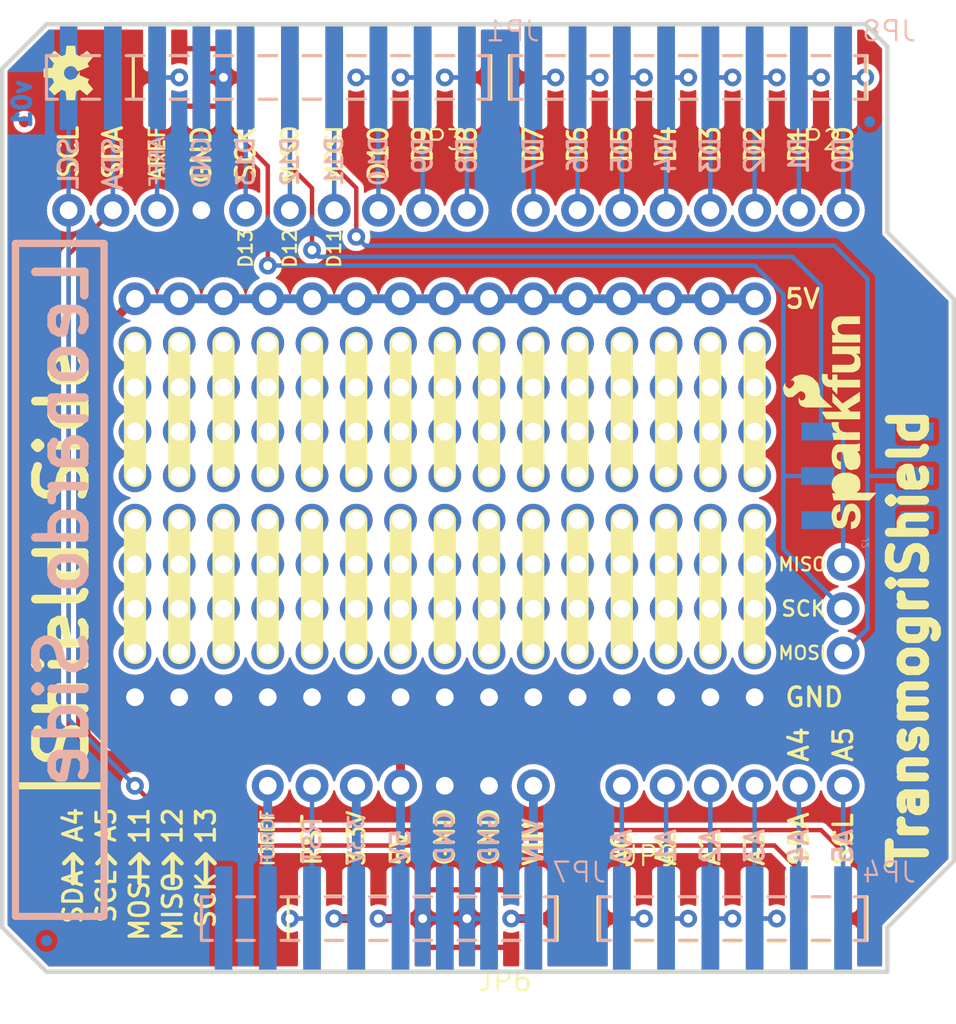
<source format=kicad_pcb>
(kicad_pcb (version 20211014) (generator pcbnew)
  (layers (0 "F.Cu" signal) (31 "B.Cu" signal) (34 "B.Paste" user) (35 "F.Paste" user) (36 "B.SilkS" user "B.Silkscreen") (37 "F.SilkS" user "F.Silkscreen") (38 "B.Mask" user) (39 "F.Mask" user) (44 "Edge.Cuts" user))
  (net 0 "")
  (net 1 "VIN")
  (net 2 "GND")
  (net 3 "5V")
  (net 4 "3.3V")
  (net 5 "RESET")
  (net 6 "A0")
  (net 7 "A1")
  (net 8 "A2")
  (net 9 "A3")
  (net 10 "A4")
  (net 11 "A5")
  (net 12 "AREF")
  (net 13 "13")
  (net 14 "12")
  (net 15 "11")
  (net 16 "10")
  (net 17 "9")
  (net 18 "8")
  (net 19 "0")
  (net 20 "1")
  (net 21 "2")
  (net 22 "3")
  (net 23 "4")
  (net 24 "5")
  (net 25 "6")
  (net 26 "7")
  (net 27 "SCL")
  (net 28 "SDA")
  (net 29 "IOREF")
  (net 30 "MOSI")
  (net 31 "SCK")
  (net 32 "MISO")
  (net 33 "N$19")
  (net 34 "N$68")
  (net 35 "NET1")
  (net 36 "NET2")
  (net 37 "NET3")
  (net 38 "N$101")
  (net 39 "N$102")
  (net 40 "N$103")
  (net 41 "N$104")
  (net 42 "N$105")
  (net 43 "N$106")
  (net 44 "N$107")
  (net 45 "N$108")
  (net 46 "N$109")
  (net 47 "N$206")
  (net 48 "N$1")
  (net 49 "N$2")
  (net 50 "N$3")
  (net 51 "N$4")
  (net 52 "N$5")
  (net 53 "N$6")
  (net 54 "N$7")
  (net 55 "N$8")
  (net 56 "N$9")
  (net 57 "N$10")
  (net 58 "N$11")
  (net 59 "N$12")
  (net 60 "N$13")
  (net 61 "N$14")
  (net 62 "N$15")
  (footprint "eagleBoard:1X06_SMD_STRAIGHT_COMBO" (layer "F.Cu") (at 156.7561 129.1336)
    (fp_text reference "JP9")
    (fp_text value "Female")
  )
  (footprint "eagleBoard:SFE-LOGO-FLAME" (layer "F.Cu") (at 168.8211 99.7966 90)
    (fp_text reference "JP10" hide)
    (fp_text value "LOGO-SFESK" hide)
  )
  (footprint "eagleBoard:OSHW-LOGO-S" (layer "F.Cu") (at 125.1331 80.6196 90)
    (fp_text reference "U$1" hide)
    (fp_text value "OSHW-LOGOS" hide)
  )
  (footprint "eagleBoard:MICRO-FIDUCIAL" (layer "F.Cu") (at 122.4661 83.4136)
    (fp_text reference "JP12" hide)
    (fp_text value "FIDUCIALUFIDUCIAL" hide)
  )
  (footprint "eagleBoard:1X08_SMD_COMBINED" (layer "F.Cu") (at 169.4561 80.8736 180)
    (fp_text reference "JP2")
    (fp_text value "Female")
  )
  (footprint "eagleBoard:1X08_SMD_COMBINED" (layer "F.Cu") (at 147.8661 80.8736 180)
    (fp_text reference "JP3")
    (fp_text value "Female")
  )
  (footprint "eagleBoard:1X06_SMD_STRAIGHT_COMBO" (layer "F.Cu") (at 151.6761 129.1336 180)
    (fp_text reference "JP6")
    (fp_text value "Female")
  )
  (footprint "eagleBoard:MICRO-FIDUCIAL" (layer "F.Cu") (at 171.9961 127.8636)
    (fp_text reference "JP11" hide)
    (fp_text value "FIDUCIALUFIDUCIAL" hide)
  )
  (footprint "eagleBoard:SFE-NEW-WEB" (layer "F.Cu") (at 171.3611 106.7816 90)
    (fp_text reference "JP5" hide)
    (fp_text value "LOGO-SFENW2" hide)
  )
  (footprint "eagleBoard:2X3_SMD" (layer "B.Cu") (at 170.8531 103.7336 90)
    (fp_text reference "J2")
    (fp_text value "Female")
  )
  (footprint "eagleBoard:MICRO-FIDUCIAL" (layer "B.Cu") (at 123.7361 130.4036 180)
    (fp_text reference "JP13" hide)
    (fp_text value "FIDUCIALUFIDUCIAL" hide)
  )
  (footprint "eagleBoard:1X08_SMD_MALE" (layer "B.Cu") (at 151.6761 129.1336 180)
    (fp_text reference "JP7")
    (fp_text value "Male")
  )
  (footprint "eagleBoard:1X08_SMD_MALE" (layer "B.Cu") (at 169.4561 80.8736 180)
    (fp_text reference "JP8")
    (fp_text value "Male")
  )
  (footprint "eagleBoard:MICRO-FIDUCIAL" (layer "B.Cu") (at 170.9801 83.4136 180)
    (fp_text reference "JP14" hide)
    (fp_text value "FIDUCIALUFIDUCIAL" hide)
  )
  (footprint "eagleBoard:1X10_SMD_MALE" (layer "B.Cu") (at 147.8661 80.8736 180)
    (fp_text reference "JP1")
    (fp_text value "Male")
  )
  (footprint "eagleBoard:1X06_SMD_MALE" (layer "B.Cu") (at 169.4561 129.1336 180)
    (fp_text reference "JP4")
    (fp_text value "Male")
  )
  (gr_line (start 121.9581 129.0066) (end 127.0381 129.0066) (layer "B.SilkS") (width 0.4064))
  (gr_line (start 127.0381 129.0066) (end 127.0381 90.3986) (layer "B.SilkS") (width 0.4064))
  (gr_line (start 127.0381 90.3986) (end 121.9581 90.3986) (layer "B.SilkS") (width 0.4064))
  (gr_line (start 121.9581 90.3986) (end 121.9581 129.0066) (layer "B.SilkS") (width 0.4064))
  (gr_line (start 132.8801 125.4506) (end 133.3881 125.9586) (layer "F.SilkS") (width 0.254))
  (gr_line (start 156.7561 96.1136) (end 156.7561 103.7336) (layer "F.SilkS") (width 1.27))
  (gr_line (start 156.7561 106.2736) (end 156.7561 113.8936) (layer "F.SilkS") (width 1.27))
  (gr_line (start 128.8161 96.1136) (end 128.8161 103.7336) (layer "F.SilkS") (width 1.27))
  (gr_line (start 149.1361 96.1136) (end 149.1361 103.7336) (layer "F.SilkS") (width 1.27))
  (gr_line (start 130.9751 125.4506) (end 131.4831 125.9586) (layer "F.SilkS") (width 0.254))
  (gr_line (start 121.9581 121.5136) (end 121.9581 90.3986) (layer "F.SilkS") (width 0.4064))
  (gr_line (start 129.0701 125.4506) (end 128.5621 125.9586) (layer "F.SilkS") (width 0.254))
  (gr_line (start 121.9581 90.3986) (end 127.0381 90.3986) (layer "F.SilkS") (width 0.4064))
  (gr_line (start 144.0561 106.2736) (end 144.0561 113.8936) (layer "F.SilkS") (width 1.27))
  (gr_line (start 154.2161 106.2736) (end 154.2161 113.8936) (layer "F.SilkS") (width 1.27))
  (gr_line (start 129.0701 125.4506) (end 129.5781 125.9586) (layer "F.SilkS") (width 0.254))
  (gr_line (start 149.1361 106.2736) (end 149.1361 113.8936) (layer "F.SilkS") (width 1.27))
  (gr_line (start 132.8801 125.4506) (end 132.3721 125.9586) (layer "F.SilkS") (width 0.254))
  (gr_line (start 129.0701 125.4506) (end 129.0701 127.1016) (layer "F.SilkS") (width 0.254))
  (gr_line (start 132.8801 125.4506) (end 132.8801 127.1016) (layer "F.SilkS") (width 0.254))
  (gr_line (start 141.5161 96.1136) (end 141.5161 103.7336) (layer "F.SilkS") (width 1.27))
  (gr_line (start 146.5961 106.2736) (end 146.5961 113.8936) (layer "F.SilkS") (width 1.27))
  (gr_line (start 151.6761 96.1136) (end 151.6761 103.7336) (layer "F.SilkS") (width 1.27))
  (gr_line (start 125.2601 125.4506) (end 125.7681 125.9586) (layer "F.SilkS") (width 0.254))
  (gr_line (start 161.8361 106.2736) (end 161.8361 113.8936) (layer "F.SilkS") (width 1.27))
  (gr_line (start 131.3561 96.1136) (end 131.3561 103.7336) (layer "F.SilkS") (width 1.27))
  (gr_line (start 144.0561 96.1136) (end 144.0561 103.7336) (layer "F.SilkS") (width 1.27))
  (gr_line (start 141.5161 106.2736) (end 141.5161 113.8936) (layer "F.SilkS") (width 1.27))
  (gr_line (start 151.6761 106.2736) (end 151.6761 113.8936) (layer "F.SilkS") (width 1.27))
  (gr_line (start 127.1651 125.4506) (end 126.6571 125.9586) (layer "F.SilkS") (width 0.254))
  (gr_line (start 125.2601 125.4506) (end 125.2601 127.1016) (layer "F.SilkS") (width 0.254))
  (gr_line (start 159.2961 96.1136) (end 159.2961 103.7336) (layer "F.SilkS") (width 1.27))
  (gr_line (start 127.1651 125.4506) (end 127.6731 125.9586) (layer "F.SilkS") (width 0.254))
  (gr_line (start 164.3761 96.1136) (end 164.3761 103.7336) (layer "F.SilkS") (width 1.27))
  (gr_line (start 161.8361 96.1136) (end 161.8361 103.7336) (layer "F.SilkS") (width 1.27))
  (gr_line (start 133.8961 106.2736) (end 133.8961 113.8936) (layer "F.SilkS") (width 1.27))
  (gr_line (start 136.4361 106.2736) (end 136.4361 113.8936) (layer "F.SilkS") (width 1.27))
  (gr_line (start 131.3561 106.2736) (end 131.3561 113.8936) (layer "F.SilkS") (width 1.27))
  (gr_line (start 138.9761 106.2736) (end 138.9761 113.8936) (layer "F.SilkS") (width 1.27))
  (gr_line (start 127.1651 125.4506) (end 127.1651 127.1016) (layer "F.SilkS") (width 0.254))
  (gr_line (start 146.5961 96.1136) (end 146.5961 103.7336) (layer "F.SilkS") (width 1.27))
  (gr_line (start 164.3761 106.2736) (end 164.3761 113.8936) (layer "F.SilkS") (width 1.27))
  (gr_line (start 130.9751 125.4506) (end 130.9751 127.1016) (layer "F.SilkS") (width 0.254))
  (gr_line (start 154.2161 96.1136) (end 154.2161 103.7336) (layer "F.SilkS") (width 1.27))
  (gr_line (start 128.8161 106.2736) (end 128.8161 113.8936) (layer "F.SilkS") (width 1.27))
  (gr_line (start 130.9751 125.4506) (end 130.4671 125.9586) (layer "F.SilkS") (width 0.254))
  (gr_line (start 127.0381 90.3986) (end 127.0381 121.5136) (layer "F.SilkS") (width 0.4064))
  (gr_line (start 159.2961 106.2736) (end 159.2961 113.8936) (layer "F.SilkS") (width 1.27))
  (gr_line (start 125.2601 125.4506) (end 124.7521 125.9586) (layer "F.SilkS") (width 0.254))
  (gr_line (start 127.0381 121.5136) (end 121.9581 121.5136) (layer "F.SilkS") (width 0.4064))
  (gr_line (start 136.4361 96.1136) (end 136.4361 103.7336) (layer "F.SilkS") (width 1.27))
  (gr_line (start 133.8961 96.1136) (end 133.8961 103.7336) (layer "F.SilkS") (width 1.27))
  (gr_line (start 138.9761 96.1136) (end 138.9761 103.7336) (layer "F.SilkS") (width 1.27))
  (gr_line (start 170.7261 77.8256) (end 171.9961 79.0956) (layer "Edge.Cuts") (width 0.254))
  (gr_line (start 171.9961 89.7636) (end 175.8061 93.5736) (layer "Edge.Cuts") (width 0.254))
  (gr_line (start 171.9961 132.1816) (end 123.7361 132.1816) (layer "Edge.Cuts") (width 0.254))
  (gr_line (start 171.9961 79.0956) (end 171.9961 89.7636) (layer "Edge.Cuts") (width 0.254))
  (gr_line (start 175.8061 125.8316) (end 171.9961 129.6416) (layer "Edge.Cuts") (width 0.254))
  (gr_line (start 175.8061 93.5736) (end 175.8061 125.8316) (layer "Edge.Cuts") (width 0.254))
  (gr_line (start 121.1961 129.6416) (end 121.1961 80.3656) (layer "Edge.Cuts") (width 0.254))
  (gr_line (start 171.9961 129.6416) (end 171.9961 132.1816) (layer "Edge.Cuts") (width 0.254))
  (gr_line (start 123.7361 77.8256) (end 170.7261 77.8256) (layer "Edge.Cuts") (width 0.254))
  (gr_line (start 121.1961 80.3656) (end 123.7361 77.8256) (layer "Edge.Cuts") (width 0.254))
  (gr_line (start 123.7361 132.1816) (end 121.1961 129.6416) (layer "Edge.Cuts") (width 0.254))
  (gr_text "v01" (at 122.3391 80.8736 -270) (layer "B.Cu") (effects (font (size 1.016 1.016) (thickness 0.254)) (justify left mirror)))
  (gr_text "A5" (at 169.4561 126.0856 -270) (layer "B.SilkS") (effects (font (size 1.0795 1.0795) (thickness 0.1905)) (justify right mirror)))
  (gr_text "RST" (at 138.9761 126.0856 -270) (layer "B.SilkS") (effects (font (size 0.97155 0.97155) (thickness 0.17145)) (justify right mirror)))
  (gr_text "D5" (at 156.7561 84.1756 -270) (layer "B.SilkS") (effects (font (size 1.0795 1.0795) (thickness 0.1905)) (justify left mirror)))
  (gr_text "D8" (at 147.8661 84.1756 -270) (layer "B.SilkS") (effects (font (size 1.0795 1.0795) (thickness 0.1905)) (justify left mirror)))
  (gr_text "D3" (at 161.8361 84.1756 -270) (layer "B.SilkS") (effects (font (size 1.0795 1.0795) (thickness 0.1905)) (justify left mirror)))
  (gr_text "A0" (at 156.7561 126.0856 -270) (layer "B.SilkS") (effects (font (size 1.0795 1.0795) (thickness 0.1905)) (justify right mirror)))
  (gr_text "D10" (at 142.7861 84.1756 -270) (layer "B.SilkS") (effects (font (size 0.97155 0.97155) (thickness 0.17145)) (justify left mirror)))
  (gr_text "3.3V" (at 141.5161 126.0856 -270) (layer "B.SilkS") (effects (font (size 0.8636 0.8636) (thickness 0.1524)) (justify right mirror)))
  (gr_text "A4" (at 166.9161 126.0856 -270) (layer "B.SilkS") (effects (font (size 1.0795 1.0795) (thickness 0.1905)) (justify right mirror)))
  (gr_text "Leonardo Side" (at 126.2761 91.0336 -270) (layer "B.SilkS") (effects (font (size 2.8067 2.8067) (thickness 0.4953)) (justify left bottom mirror)))
  (gr_text "D6" (at 154.2161 84.1756 -270) (layer "B.SilkS") (effects (font (size 1.0795 1.0795) (thickness 0.1905)) (justify left mirror)))
  (gr_text "D0" (at 169.4561 84.1756 -270) (layer "B.SilkS") (effects (font (size 1.0795 1.0795) (thickness 0.1905)) (justify left mirror)))
  (gr_text "D13" (at 135.1661 84.1756 -270) (layer "B.SilkS") (effects (font (size 0.97155 0.97155) (thickness 0.17145)) (justify left mirror)))
  (gr_text "D2" (at 164.3761 84.1756 -270) (layer "B.SilkS") (effects (font (size 1.0795 1.0795) (thickness 0.1905)) (justify left mirror)))
  (gr_text "GND" (at 146.5961 126.0856 -270) (layer "B.SilkS") (effects (font (size 0.97155 0.97155) (thickness 0.17145)) (justify right mirror)))
  (gr_text "A2" (at 161.8361 126.0856 -270) (layer "B.SilkS") (effects (font (size 1.0795 1.0795) (thickness 0.1905)) (justify right mirror)))
  (gr_text "D4" (at 159.2961 84.1756 -270) (layer "B.SilkS") (effects (font (size 1.0795 1.0795) (thickness 0.1905)) (justify left mirror)))
  (gr_text "AREF" (at 130.0861 84.1756 -270) (layer "B.SilkS") (effects (font (size 0.79883 0.79883) (thickness 0.14097)) (justify left mirror)))
  (gr_text "D11" (at 140.2461 84.1756 -270) (layer "B.SilkS") (effects (font (size 0.97155 0.97155) (thickness 0.17145)) (justify left mirror)))
  (gr_text "5V" (at 144.0561 126.0856 -270) (layer "B.SilkS") (effects (font (size 1.0795 1.0795) (thickness 0.1905)) (justify right mirror)))
  (gr_text "D9" (at 145.3261 84.1756 -270) (layer "B.SilkS") (effects (font (size 1.0795 1.0795) (thickness 0.1905)) (justify left mirror)))
  (gr_text "D7" (at 151.6761 84.1756 -270) (layer "B.SilkS") (effects (font (size 1.0795 1.0795) (thickness 0.1905)) (justify left mirror)))
  (gr_text "SDA" (at 127.5461 84.1756 -270) (layer "B.SilkS") (effects (font (size 1.0795 1.0795) (thickness 0.1905)) (justify left mirror)))
  (gr_text "SCL" (at 125.0061 84.1756 -270) (layer "B.SilkS") (effects (font (size 1.0795 1.0795) (thickness 0.1905)) (justify left mirror)))
  (gr_text "A3" (at 164.3761 126.0856 -270) (layer "B.SilkS") (effects (font (size 1.0795 1.0795) (thickness 0.1905)) (justify right mirror)))
  (gr_text "A1" (at 159.2961 126.0856 -270) (layer "B.SilkS") (effects (font (size 1.0795 1.0795) (thickness 0.1905)) (justify right mirror)))
  (gr_text "D1" (at 166.9161 84.1756 -270) (layer "B.SilkS") (effects (font (size 1.0795 1.0795) (thickness 0.1905)) (justify left mirror)))
  (gr_text "D12" (at 137.7061 84.1756 -270) (layer "B.SilkS") (effects (font (size 0.97155 0.97155) (thickness 0.17145)) (justify left mirror)))
  (gr_text "IOREF" (at 136.4361 126.0856 -270) (layer "B.SilkS") (effects (font (size 0.69088 0.69088) (thickness 0.12192)) (justify right mirror)))
  (gr_text "GND" (at 132.6261 84.1756 -270) (layer "B.SilkS") (effects (font (size 0.97155 0.97155) (thickness 0.17145)) (justify left mirror)))
  (gr_text "GND" (at 149.1361 126.0856 -270) (layer "B.SilkS") (effects (font (size 0.97155 0.97155) (thickness 0.17145)) (justify right mirror)))
  (gr_text "VIN" (at 151.6761 126.0856 -270) (layer "B.SilkS") (effects (font (size 1.0795 1.0795) (thickness 0.1905)) (justify right mirror)))
  (gr_text "MISO" (at 168.5671 108.8136) (layer "F.SilkS") (effects (font (size 0.75565 0.75565) (thickness 0.13335)) (justify right)))
  (gr_text "D0" (at 169.4561 83.5406 90) (layer "F.SilkS") (effects (font (size 1.0795 1.0795) (thickness 0.1905)) (justify right)))
  (gr_text "D11" (at 140.2461 89.5096 90) (layer "F.SilkS") (effects (font (size 0.75565 0.75565) (thickness 0.13335)) (justify right)))
  (gr_text "D10" (at 142.7861 83.5406 90) (layer "F.SilkS") (effects (font (size 1.0795 1.0795) (thickness 0.1905)) (justify right)))
  (gr_text "3.3V" (at 141.5161 126.2126 90) (layer "F.SilkS") (effects (font (size 0.97155 0.97155) (thickness 0.17145)) (justify left)))
  (gr_text "SCL  A5" (at 127.1651 122.6566 90) (layer "F.SilkS") (effects (font (size 1.0795 1.0795) (thickness 0.1905)) (justify right)))
  (gr_text "D3" (at 161.8361 83.5406 90) (layer "F.SilkS") (effects (font (size 1.0795 1.0795) (thickness 0.1905)) (justify right)))
  (gr_text "SCL" (at 169.4561 126.2126 90) (layer "F.SilkS") (effects (font (size 1.0795 1.0795) (thickness 0.1905)) (justify left)))
  (gr_text "A2" (at 161.8361 126.2126 90) (layer "F.SilkS") (effects (font (size 1.0795 1.0795) (thickness 0.1905)) (justify left)))
  (gr_text "MISO  12" (at 130.9751 122.6566 90) (layer "F.SilkS") (effects (font (size 1.0795 1.0795) (thickness 0.1905)) (justify right)))
  (gr_text "D2" (at 164.3761 83.5406 90) (layer "F.SilkS") (effects (font (size 1.0795 1.0795) (thickness 0.1905)) (justify right)))
  (gr_text "SCK  13" (at 132.8801 122.6566 90) (layer "F.SilkS") (effects (font (size 1.0795 1.0795) (thickness 0.1905)) (justify right)))
  (gr_text "D5" (at 156.7561 83.5406 90) (layer "F.SilkS") (effects (font (size 1.0795 1.0795) (thickness 0.1905)) (justify right)))
  (gr_text "MOSI" (at 168.5671 113.8936) (layer "F.SilkS") (effects (font (size 0.75565 0.75565) (thickness 0.13335)) (justify right)))
  (gr_text "AREF" (at 130.0861 83.5406 90) (layer "F.SilkS") (effects (font (size 0.8636 0.8636) (thickness 0.1524)) (justify right)))
  (gr_text "MOSI  11" (at 129.0701 122.6566 90) (layer "F.SilkS") (effects (font (size 1.0795 1.0795) (thickness 0.1905)) (justify right)))
  (gr_text "GND" (at 132.6261 83.5406 90) (layer "F.SilkS") (effects (font (size 1.0795 1.0795) (thickness 0.1905)) (justify right)))
  (gr_text "D13" (at 135.1661 89.5096 90) (layer "F.SilkS") (effects (font (size 0.75565 0.75565) (thickness 0.13335)) (justify right)))
  (gr_text "Shield Side" (at 126.2761 120.7516 90) (layer "F.SilkS") (effects (font (size 2.8067 2.8067) (thickness 0.4953)) (justify left bottom)))
  (gr_text "A3" (at 164.3761 126.2126 90) (layer "F.SilkS") (effects (font (size 1.0795 1.0795) (thickness 0.1905)) (justify left)))
  (gr_text "D1" (at 166.9161 83.5406 90) (layer "F.SilkS") (effects (font (size 1.0795 1.0795) (thickness 0.1905)) (justify right)))
  (gr_text "D9" (at 145.3261 83.5406 90) (layer "F.SilkS") (effects (font (size 1.0795 1.0795) (thickness 0.1905)) (justify right)))
  (gr_text "SCK" (at 135.1661 83.5406 90) (layer "F.SilkS") (effects (font (size 1.0795 1.0795) (thickness 0.1905)) (justify right)))
  (gr_text "SCL" (at 125.0061 83.5406 90) (layer "F.SilkS") (effects (font (size 1.0795 1.0795) (thickness 0.1905)) (justify right)))
  (gr_text "D8" (at 147.8661 83.5406 90) (layer "F.SilkS") (effects (font (size 1.0795 1.0795) (thickness 0.1905)) (justify right)))
  (gr_text "MISO" (at 137.7061 83.5406 90) (layer "F.SilkS") (effects (font (size 0.90678 0.90678) (thickness 0.16002)) (justify right)))
  (gr_text "SDA  A4" (at 125.2601 122.6566 90) (layer "F.SilkS") (effects (font (size 1.0795 1.0795) (thickness 0.1905)) (justify right)))
  (gr_text "A0" (at 156.7561 126.2126 90) (layer "F.SilkS") (effects (font (size 1.0795 1.0795) (thickness 0.1905)) (justify left)))
  (gr_text "D7" (at 151.6761 83.5406 90) (layer "F.SilkS") (effects (font (size 1.0795 1.0795) (thickness 0.1905)) (justify right)))
  (gr_text "GND" (at 149.1361 126.2126 90) (layer "F.SilkS") (effects (font (size 1.0795 1.0795) (thickness 0.1905)) (justify left)))
  (gr_text "D12" (at 137.7061 89.5096 90) (layer "F.SilkS") (effects (font (size 0.75565 0.75565) (thickness 0.13335)) (justify right)))
  (gr_text "MOSI" (at 140.2461 83.5406 90) (layer "F.SilkS") (effects (font (size 0.90678 0.90678) (thickness 0.16002)) (justify right)))
  (gr_text "GND" (at 146.5961 126.2126 90) (layer "F.SilkS") (effects (font (size 1.0795 1.0795) (thickness 0.1905)) (justify left)))
  (gr_text "TransmogriShield" (at 174.4091 126.4666 90) (layer "F.SilkS") (effects (font (size 2.032 2.032) (thickness 0.508)) (justify left bottom)))
  (gr_text "A4" (at 166.9161 120.2436 90) (layer "F.SilkS") (effects (font (size 1.0795 1.0795) (thickness 0.1905)) (justify left)))
  (gr_text "SDA" (at 166.9161 126.2126 90) (layer "F.SilkS") (effects (font (size 1.0795 1.0795) (thickness 0.1905)) (justify left)))
  (gr_text "D6" (at 154.2161 83.5406 90) (layer "F.SilkS") (effects (font (size 1.0795 1.0795) (thickness 0.1905)) (justify right)))
  (gr_text "A1" (at 159.2961 126.2126 90) (layer "F.SilkS") (effects (font (size 1.0795 1.0795) (thickness 0.1905)) (justify left)))
  (gr_text "SCK" (at 168.5671 111.3536) (layer "F.SilkS") (effects (font (size 0.8636 0.8636) (thickness 0.1524)) (justify right)))
  (gr_text "GND" (at 166.0271 116.4336) (layer "F.SilkS") (effects (font (size 1.0795 1.0795) (thickness 0.1905)) (justify left)))
  (gr_text "IOREF" (at 136.4361 126.2126 90) (layer "F.SilkS") (effects (font (size 0.75565 0.75565) (thickness 0.13335)) (justify left)))
  (gr_text "5V" (at 144.0561 126.2126 90) (layer "F.SilkS") (effects (font (size 1.0795 1.0795) (thickness 0.1905)) (justify left)))
  (gr_text "A5" (at 169.4561 120.2436 90) (layer "F.SilkS") (effects (font (size 1.0795 1.0795) (thickness 0.1905)) (justify left)))
  (gr_text "D4" (at 159.2961 83.5406 90) (layer "F.SilkS") (effects (font (size 1.0795 1.0795) (thickness 0.1905)) (justify right)))
  (gr_text "SDA" (at 127.5461 83.5406 90) (layer "F.SilkS") (effects (font (size 1.0795 1.0795) (thickness 0.1905)) (justify right)))
  (gr_text "RST" (at 138.9761 126.2126 90) (layer "F.SilkS") (effects (font (size 1.0795 1.0795) (thickness 0.1905)) (justify left)))
  (gr_text "VIN" (at 151.6761 126.2126 90) (layer "F.SilkS") (effects (font (size 1.0795 1.0795) (thickness 0.1905)) (justify left)))
  (gr_text "5V" (at 166.0271 93.5736) (layer "F.SilkS") (effects (font (size 1.0795 1.0795) (thickness 0.1905)) (justify left)))
  (segment (start 151.6761 129.1336) (end 151.6761 130.7836) (width 0.508) (layer "F.Cu") (net 1))
  (segment (start 151.6761 127.4836) (end 151.6761 129.1336) (width 0.508) (layer "F.Cu") (net 1))
  (segment (start 151.6761 129.1336) (end 150.4061 129.1336) (width 0.508) (layer "F.Cu") (net 1))
  (via (at 151.6761 121.5136) (size 1.8796) (drill 1.016) (layers "F.Cu" "B.Cu") (net 1))
  (via (at 150.4061 129.1336) (size 1.016) (drill 0.508) (layers "F.Cu" "B.Cu") (net 1))
  (segment (start 151.6761 121.5136) (end 151.6761 129.1336) (width 0.508) (layer "B.Cu") (net 1))
  (segment (start 150.4061 129.1336) (end 151.6761 129.1336) (width 0.254) (layer "B.Cu") (net 1))
  (via (at 154.2161 116.4336) (size 1.8796) (drill 1.016) (layers "F.Cu" "B.Cu") (net 2))
  (via (at 128.8161 116.4336) (size 1.8796) (drill 1.016) (layers "F.Cu" "B.Cu") (net 2))
  (via (at 161.8361 116.4336) (size 1.8796) (drill 1.016) (layers "F.Cu" "B.Cu") (net 2))
  (via (at 159.2961 116.4336) (size 1.8796) (drill 1.016) (layers "F.Cu" "B.Cu") (net 2))
  (via (at 141.5161 116.4336) (size 1.8796) (drill 1.016) (layers "F.Cu" "B.Cu") (net 2))
  (via (at 151.6761 116.4336) (size 1.8796) (drill 1.016) (layers "F.Cu" "B.Cu") (net 2))
  (via (at 146.5961 121.5136) (size 1.8796) (drill 1.016) (layers "F.Cu" "B.Cu") (net 2))
  (via (at 145.3261 129.1336) (size 1.016) (drill 0.508) (layers "F.Cu" "B.Cu") (net 2))
  (via (at 149.1361 116.4336) (size 1.8796) (drill 1.016) (layers "F.Cu" "B.Cu") (net 2))
  (via (at 146.5961 116.4336) (size 1.8796) (drill 1.016) (layers "F.Cu" "B.Cu") (net 2))
  (via (at 138.9761 116.4336) (size 1.8796) (drill 1.016) (layers "F.Cu" "B.Cu") (net 2))
  (via (at 131.3561 116.4336) (size 1.8796) (drill 1.016) (layers "F.Cu" "B.Cu") (net 2))
  (via (at 149.1361 121.5136) (size 1.8796) (drill 1.016) (layers "F.Cu" "B.Cu") (net 2))
  (via (at 156.7561 116.4336) (size 1.8796) (drill 1.016) (layers "F.Cu" "B.Cu") (net 2))
  (via (at 147.8661 129.1336) (size 1.016) (drill 0.508) (layers "F.Cu" "B.Cu") (net 2))
  (via (at 132.6261 88.4936) (size 1.8796) (drill 1.016) (layers "F.Cu" "B.Cu") (net 2))
  (via (at 133.8961 116.4336) (size 1.8796) (drill 1.016) (layers "F.Cu" "B.Cu") (net 2))
  (via (at 133.8961 80.8736) (size 1.016) (drill 0.508) (layers "F.Cu" "B.Cu") (net 2))
  (via (at 136.4361 116.4336) (size 1.8796) (drill 1.016) (layers "F.Cu" "B.Cu") (net 2))
  (via (at 144.0561 116.4336) (size 1.8796) (drill 1.016) (layers "F.Cu" "B.Cu") (net 2))
  (via (at 164.3761 116.4336) (size 1.8796) (drill 1.016) (layers "F.Cu" "B.Cu") (net 2))
  (segment (start 128.8161 93.5736) (end 126.7841 95.6056) (width 0.508) (layer "F.Cu") (net 3))
  (segment (start 144.0561 129.1336) (end 144.0561 130.7836) (width 0.508) (layer "F.Cu") (net 3))
  (segment (start 126.7841 95.6056) (end 126.7841 118.2116) (width 0.508) (layer "F.Cu") (net 3))
  (segment (start 126.7841 118.2116) (end 127.5461 118.9736) (width 0.508) (layer "F.Cu") (net 3))
  (segment (start 127.5461 118.9736) (end 142.7861 118.9736) (width 0.508) (layer "F.Cu") (net 3))
  (segment (start 142.7861 118.9736) (end 144.0561 120.2436) (width 0.508) (layer "F.Cu") (net 3))
  (segment (start 144.0561 127.4836) (end 144.0561 129.1336) (width 0.508) (layer "F.Cu") (net 3))
  (segment (start 144.0561 129.1336) (end 142.7861 129.1336) (width 0.508) (layer "F.Cu") (net 3))
  (segment (start 144.0561 120.2436) (end 144.0561 121.5136) (width 0.508) (layer "F.Cu") (net 3))
  (via (at 141.5161 93.5736) (size 1.8796) (drill 1.016) (layers "F.Cu" "B.Cu") (net 3))
  (via (at 133.8961 93.5736) (size 1.8796) (drill 1.016) (layers "F.Cu" "B.Cu") (net 3))
  (via (at 131.3561 93.5736) (size 1.8796) (drill 1.016) (layers "F.Cu" "B.Cu") (net 3))
  (via (at 142.7861 129.1336) (size 1.016) (drill 0.508) (layers "F.Cu" "B.Cu") (net 3))
  (via (at 156.7561 93.5736) (size 1.8796) (drill 1.016) (layers "F.Cu" "B.Cu") (net 3))
  (via (at 146.5961 93.5736) (size 1.8796) (drill 1.016) (layers "F.Cu" "B.Cu") (net 3))
  (via (at 154.2161 93.5736) (size 1.8796) (drill 1.016) (layers "F.Cu" "B.Cu") (net 3))
  (via (at 128.8161 93.5736) (size 1.8796) (drill 1.016) (layers "F.Cu" "B.Cu") (net 3))
  (via (at 149.1361 93.5736) (size 1.8796) (drill 1.016) (layers "F.Cu" "B.Cu") (net 3))
  (via (at 144.0561 93.5736) (size 1.8796) (drill 1.016) (layers "F.Cu" "B.Cu") (net 3))
  (via (at 164.3761 93.5736) (size 1.8796) (drill 1.016) (layers "F.Cu" "B.Cu") (net 3))
  (via (at 151.6761 93.5736) (size 1.8796) (drill 1.016) (layers "F.Cu" "B.Cu") (net 3))
  (via (at 138.9761 93.5736) (size 1.8796) (drill 1.016) (layers "F.Cu" "B.Cu") (net 3))
  (via (at 159.2961 93.5736) (size 1.8796) (drill 1.016) (layers "F.Cu" "B.Cu") (net 3))
  (via (at 136.4361 93.5736) (size 1.8796) (drill 1.016) (layers "F.Cu" "B.Cu") (net 3))
  (via (at 144.0561 121.5136) (size 1.8796) (drill 1.016) (layers "F.Cu" "B.Cu") (net 3))
  (via (at 161.8361 93.5736) (size 1.8796) (drill 1.016) (layers "F.Cu" "B.Cu") (net 3))
  (segment (start 133.8961 93.5736) (end 136.4361 93.5736) (width 0.508) (layer "B.Cu") (net 3))
  (segment (start 146.5961 93.5736) (end 149.1361 93.5736) (width 0.508) (layer "B.Cu") (net 3))
  (segment (start 144.0561 93.5736) (end 146.5961 93.5736) (width 0.508) (layer "B.Cu") (net 3))
  (segment (start 128.8161 93.5736) (end 131.3561 93.5736) (width 0.508) (layer "B.Cu") (net 3))
  (segment (start 141.5161 93.5736) (end 144.0561 93.5736) (width 0.508) (layer "B.Cu") (net 3))
  (segment (start 131.3561 93.5736) (end 133.8961 93.5736) (width 0.508) (layer "B.Cu") (net 3))
  (segment (start 156.7561 93.5736) (end 159.2961 93.5736) (width 0.508) (layer "B.Cu") (net 3))
  (segment (start 138.9761 93.5736) (end 141.5161 93.5736) (width 0.508) (layer "B.Cu") (net 3))
  (segment (start 136.4361 93.5736) (end 138.9761 93.5736) (width 0.508) (layer "B.Cu") (net 3))
  (segment (start 151.6761 93.5736) (end 154.2161 93.5736) (width 0.508) (layer "B.Cu") (net 3))
  (segment (start 154.2161 93.5736) (end 156.7561 93.5736) (width 0.508) (layer "B.Cu") (net 3))
  (segment (start 149.1361 93.5736) (end 151.6761 93.5736) (width 0.508) (layer "B.Cu") (net 3))
  (segment (start 159.2961 93.5736) (end 161.8361 93.5736) (width 0.508) (layer "B.Cu") (net 3))
  (segment (start 142.7861 129.1336) (end 144.0561 129.1336) (width 0.254) (layer "B.Cu") (net 3))
  (segment (start 144.0561 121.5136) (end 144.0561 129.1336) (width 0.508) (layer "B.Cu") (net 3))
  (segment (start 161.8361 93.5736) (end 164.3761 93.5736) (width 0.508) (layer "B.Cu") (net 3))
  (segment (start 141.5161 129.1336) (end 141.5161 130.7836) (width 0.508) (layer "F.Cu") (net 4))
  (segment (start 141.5161 127.4836) (end 141.5161 129.1336) (width 0.508) (layer "F.Cu") (net 4))
  (segment (start 141.5161 129.1336) (end 140.2461 129.1336) (width 0.508) (layer "F.Cu") (net 4))
  (via (at 141.5161 121.5136) (size 1.8796) (drill 1.016) (layers "F.Cu" "B.Cu") (net 4))
  (via (at 140.2461 129.1336) (size 1.016) (drill 0.508) (layers "F.Cu" "B.Cu") (net 4))
  (segment (start 141.5161 121.5136) (end 141.5161 129.1336) (width 0.508) (layer "B.Cu") (net 4))
  (segment (start 140.2461 129.1336) (end 141.5161 129.1336) (width 0.254) (layer "B.Cu") (net 4))
  (segment (start 138.9761 129.1336) (end 137.7061 129.1336) (width 0.254) (layer "F.Cu") (net 5))
  (segment (start 138.9761 127.4836) (end 138.9761 129.1336) (width 0.254) (layer "F.Cu") (net 5))
  (segment (start 138.9761 129.1336) (end 138.9761 130.7836) (width 0.254) (layer "F.Cu") (net 5))
  (via (at 138.9761 121.5136) (size 1.8796) (drill 1.016) (layers "F.Cu" "B.Cu") (net 5))
  (via (at 137.7061 129.1336) (size 1.016) (drill 0.508) (layers "F.Cu" "B.Cu") (net 5))
  (segment (start 138.9761 129.1336) (end 137.7061 129.1336) (width 0.254) (layer "B.Cu") (net 5))
  (segment (start 138.9761 121.5136) (end 138.9761 129.1336) (width 0.254) (layer "B.Cu") (net 5))
  (segment (start 156.7561 130.7836) (end 156.7561 129.1336) (width 0.254) (layer "F.Cu") (net 6))
  (segment (start 156.7561 129.1336) (end 158.0261 129.1336) (width 0.254) (layer "F.Cu") (net 6))
  (segment (start 156.7561 129.1336) (end 156.7561 127.4836) (width 0.254) (layer "F.Cu") (net 6))
  (via (at 158.0261 129.1336) (size 1.016) (drill 0.508) (layers "F.Cu" "B.Cu") (net 6))
  (via (at 156.7561 121.5136) (size 1.8796) (drill 1.016) (layers "F.Cu" "B.Cu") (net 6))
  (segment (start 158.0261 129.1336) (end 156.7561 129.1336) (width 0.254) (layer "B.Cu") (net 6))
  (segment (start 156.7561 121.5136) (end 156.7561 129.1336) (width 0.254) (layer "B.Cu") (net 6))
  (segment (start 159.2961 129.1336) (end 159.2961 127.4836) (width 0.254) (layer "F.Cu") (net 7))
  (segment (start 159.2961 130.7836) (end 159.2961 129.1336) (width 0.254) (layer "F.Cu") (net 7))
  (segment (start 159.2961 129.1336) (end 160.5661 129.1336) (width 0.254) (layer "F.Cu") (net 7))
  (via (at 159.2961 121.5136) (size 1.8796) (drill 1.016) (layers "F.Cu" "B.Cu") (net 7))
  (via (at 160.5661 129.1336) (size 1.016) (drill 0.508) (layers "F.Cu" "B.Cu") (net 7))
  (segment (start 160.5661 129.1336) (end 159.2961 129.1336) (width 0.254) (layer "B.Cu") (net 7))
  (segment (start 159.2961 121.5136) (end 159.2961 129.1336) (width 0.254) (layer "B.Cu") (net 7))
  (segment (start 161.8361 130.7836) (end 161.8361 129.1336) (width 0.254) (layer "F.Cu") (net 8))
  (segment (start 161.8361 129.1336) (end 163.1061 129.1336) (width 0.254) (layer "F.Cu") (net 8))
  (segment (start 161.8361 129.1336) (end 161.8361 127.4836) (width 0.254) (layer "F.Cu") (net 8))
  (via (at 163.1061 129.1336) (size 1.016) (drill 0.508) (layers "F.Cu" "B.Cu") (net 8))
  (via (at 161.8361 121.5136) (size 1.8796) (drill 1.016) (layers "F.Cu" "B.Cu") (net 8))
  (segment (start 161.8361 121.5136) (end 161.8361 129.1336) (width 0.254) (layer "B.Cu") (net 8))
  (segment (start 163.1061 129.1336) (end 161.8361 129.1336) (width 0.254) (layer "B.Cu") (net 8))
  (segment (start 164.3761 129.1336) (end 164.3761 127.4836) (width 0.254) (layer "F.Cu") (net 9))
  (segment (start 164.3761 130.7836) (end 164.3761 129.1336) (width 0.254) (layer "F.Cu") (net 9))
  (segment (start 164.3761 129.1336) (end 165.6461 129.1336) (width 0.254) (layer "F.Cu") (net 9))
  (via (at 165.6461 129.1336) (size 1.016) (drill 0.508) (layers "F.Cu" "B.Cu") (net 9))
  (via (at 164.3761 121.5136) (size 1.8796) (drill 1.016) (layers "F.Cu" "B.Cu") (net 9))
  (segment (start 164.3761 121.5136) (end 164.3761 129.1336) (width 0.254) (layer "B.Cu") (net 9))
  (segment (start 165.6461 129.1336) (end 164.3761 129.1336) (width 0.254) (layer "B.Cu") (net 9))
  (via (at 166.9161 121.5136) (size 1.8796) (drill 1.016) (layers "F.Cu" "B.Cu") (net 10))
  (segment (start 166.9161 129.1336) (end 166.9161 121.5136) (width 0.254) (layer "B.Cu") (net 10))
  (segment (start 166.9161 130.7836) (end 166.9161 129.1336) (width 0.254) (layer "B.Cu") (net 10))
  (via (at 169.4561 121.5136) (size 1.8796) (drill 1.016) (layers "F.Cu" "B.Cu") (net 11))
  (segment (start 169.4561 129.1336) (end 169.4561 121.5136) (width 0.254) (layer "B.Cu") (net 11))
  (segment (start 130.0861 80.8736) (end 130.0861 79.2236) (width 0.254) (layer "F.Cu") (net 12))
  (segment (start 131.3561 80.8736) (end 130.0861 80.8736) (width 0.254) (layer "F.Cu") (net 12))
  (segment (start 130.0861 82.5236) (end 130.0861 80.8736) (width 0.254) (layer "F.Cu") (net 12))
  (via (at 131.3561 80.8736) (size 1.016) (drill 0.508) (layers "F.Cu" "B.Cu") (net 12))
  (via (at 130.0861 88.4936) (size 1.8796) (drill 1.016) (layers "F.Cu" "B.Cu") (net 12))
  (segment (start 130.0861 80.8736) (end 131.3561 80.8736) (width 0.254) (layer "B.Cu") (net 12))
  (segment (start 130.0861 88.4936) (end 130.0861 80.8736) (width 0.254) (layer "B.Cu") (net 12))
  (via (at 135.1661 88.4936) (size 1.8796) (drill 1.016) (layers "F.Cu" "B.Cu") (net 13))
  (segment (start 135.1661 88.4936) (end 135.1661 80.8736) (width 0.254) (layer "B.Cu") (net 13))
  (via (at 137.7061 88.4936) (size 1.8796) (drill 1.016) (layers "F.Cu" "B.Cu") (net 14))
  (segment (start 137.7061 88.4936) (end 137.7061 80.8736) (width 0.254) (layer "B.Cu") (net 14))
  (via (at 140.2461 88.4936) (size 1.8796) (drill 1.016) (layers "F.Cu" "B.Cu") (net 15))
  (segment (start 140.2461 88.4936) (end 140.2461 80.8736) (width 0.254) (layer "B.Cu") (net 15))
  (segment (start 142.7861 80.8736) (end 142.7861 79.2236) (width 0.254) (layer "F.Cu") (net 16))
  (segment (start 142.7861 82.5236) (end 142.7861 80.8736) (width 0.254) (layer "F.Cu") (net 16))
  (segment (start 142.7861 80.8736) (end 141.5161 80.8736) (width 0.254) (layer "F.Cu") (net 16))
  (via (at 142.7861 88.4936) (size 1.8796) (drill 1.016) (layers "F.Cu" "B.Cu") (net 16))
  (via (at 141.5161 80.8736) (size 1.016) (drill 0.508) (layers "F.Cu" "B.Cu") (net 16))
  (segment (start 141.5161 80.8736) (end 142.7861 80.8736) (width 0.254) (layer "B.Cu") (net 16))
  (segment (start 142.7861 88.4936) (end 142.7861 80.8736) (width 0.254) (layer "B.Cu") (net 16))
  (segment (start 145.3261 80.8736) (end 145.3261 79.2236) (width 0.254) (layer "F.Cu") (net 17))
  (segment (start 145.3261 80.8736) (end 144.0561 80.8736) (width 0.254) (layer "F.Cu") (net 17))
  (segment (start 145.3261 82.5236) (end 145.3261 80.8736) (width 0.254) (layer "F.Cu") (net 17))
  (via (at 145.3261 88.4936) (size 1.8796) (drill 1.016) (layers "F.Cu" "B.Cu") (net 17))
  (via (at 144.0561 80.8736) (size 1.016) (drill 0.508) (layers "F.Cu" "B.Cu") (net 17))
  (segment (start 145.3261 88.4936) (end 145.3261 80.8736) (width 0.254) (layer "B.Cu") (net 17))
  (segment (start 144.0561 80.8736) (end 145.3261 80.8736) (width 0.254) (layer "B.Cu") (net 17))
  (segment (start 147.8661 82.5236) (end 147.8661 80.8736) (width 0.254) (layer "F.Cu") (net 18))
  (segment (start 146.5961 80.8736) (end 147.8661 80.8736) (width 0.254) (layer "F.Cu") (net 18))
  (segment (start 147.8661 80.8736) (end 147.8661 79.2236) (width 0.254) (layer "F.Cu") (net 18))
  (via (at 147.8661 88.4936) (size 1.8796) (drill 1.016) (layers "F.Cu" "B.Cu") (net 18))
  (via (at 146.5961 80.8736) (size 1.016) (drill 0.508) (layers "F.Cu" "B.Cu") (net 18))
  (segment (start 147.8661 88.4936) (end 147.8661 80.8736) (width 0.254) (layer "B.Cu") (net 18))
  (segment (start 147.8661 80.8736) (end 146.5961 80.8736) (width 0.254) (layer "B.Cu") (net 18))
  (segment (start 169.4561 82.5236) (end 169.4561 80.8736) (width 0.254) (layer "F.Cu") (net 19))
  (segment (start 169.4561 80.8736) (end 169.4561 79.2236) (width 0.254) (layer "F.Cu") (net 19))
  (segment (start 169.4561 80.8736) (end 170.7261 80.8736) (width 0.254) (layer "F.Cu") (net 19))
  (via (at 170.7261 80.8736) (size 1.016) (drill 0.508) (layers "F.Cu" "B.Cu") (net 19))
  (via (at 169.4561 88.4936) (size 1.8796) (drill 1.016) (layers "F.Cu" "B.Cu") (net 19))
  (segment (start 169.4561 88.4936) (end 169.4561 80.8736) (width 0.254) (layer "B.Cu") (net 19))
  (segment (start 170.7261 80.8736) (end 169.4561 80.8736) (width 0.254) (layer "B.Cu") (net 19))
  (segment (start 166.9161 80.8736) (end 168.1861 80.8736) (width 0.254) (layer "F.Cu") (net 20))
  (segment (start 166.9161 82.5236) (end 166.9161 80.8736) (width 0.254) (layer "F.Cu") (net 20))
  (segment (start 166.9161 80.8736) (end 166.9161 79.2236) (width 0.254) (layer "F.Cu") (net 20))
  (via (at 166.9161 88.4936) (size 1.8796) (drill 1.016) (layers "F.Cu" "B.Cu") (net 20))
  (via (at 168.1861 80.8736) (size 1.016) (drill 0.508) (layers "F.Cu" "B.Cu") (net 20))
  (segment (start 168.1861 80.8736) (end 166.9161 80.8736) (width 0.254) (layer "B.Cu") (net 20))
  (segment (start 166.9161 88.4936) (end 166.9161 80.8736) (width 0.254) (layer "B.Cu") (net 20))
  (segment (start 164.3761 82.5236) (end 164.3761 80.8736) (width 0.254) (layer "F.Cu") (net 21))
  (segment (start 164.3761 80.8736) (end 165.6461 80.8736) (width 0.254) (layer "F.Cu") (net 21))
  (segment (start 164.3761 80.8736) (end 164.3761 79.2236) (width 0.254) (layer "F.Cu") (net 21))
  (via (at 164.3761 88.4936) (size 1.8796) (drill 1.016) (layers "F.Cu" "B.Cu") (net 21))
  (via (at 165.6461 80.8736) (size 1.016) (drill 0.508) (layers "F.Cu" "B.Cu") (net 21))
  (segment (start 165.6461 80.8736) (end 164.3761 80.8736) (width 0.254) (layer "B.Cu") (net 21))
  (segment (start 164.3761 88.4936) (end 164.3761 80.8736) (width 0.254) (layer "B.Cu") (net 21))
  (segment (start 161.8361 82.5236) (end 161.8361 80.8736) (width 0.254) (layer "F.Cu") (net 22))
  (segment (start 161.8361 80.8736) (end 161.8361 79.2236) (width 0.254) (layer "F.Cu") (net 22))
  (segment (start 161.8361 80.8736) (end 163.1061 80.8736) (width 0.254) (layer "F.Cu") (net 22))
  (via (at 161.8361 88.4936) (size 1.8796) (drill 1.016) (layers "F.Cu" "B.Cu") (net 22))
  (via (at 163.1061 80.8736) (size 1.016) (drill 0.508) (layers "F.Cu" "B.Cu") (net 22))
  (segment (start 163.1061 80.8736) (end 161.8361 80.8736) (width 0.254) (layer "B.Cu") (net 22))
  (segment (start 161.8361 88.4936) (end 161.8361 80.8736) (width 0.254) (layer "B.Cu") (net 22))
  (segment (start 159.2961 80.8736) (end 159.2961 79.2236) (width 0.254) (layer "F.Cu") (net 23))
  (segment (start 159.2961 80.8736) (end 160.5661 80.8736) (width 0.254) (layer "F.Cu") (net 23))
  (segment (start 159.2961 82.5236) (end 159.2961 80.8736) (width 0.254) (layer "F.Cu") (net 23))
  (via (at 159.2961 88.4936) (size 1.8796) (drill 1.016) (layers "F.Cu" "B.Cu") (net 23))
  (via (at 160.5661 80.8736) (size 1.016) (drill 0.508) (layers "F.Cu" "B.Cu") (net 23))
  (segment (start 160.5661 80.8736) (end 159.2961 80.8736) (width 0.254) (layer "B.Cu") (net 23))
  (segment (start 159.2961 88.4936) (end 159.2961 80.8736) (width 0.254) (layer "B.Cu") (net 23))
  (segment (start 156.7561 80.8736) (end 156.7561 79.2236) (width 0.254) (layer "F.Cu") (net 24))
  (segment (start 156.7561 80.8736) (end 158.0261 80.8736) (width 0.254) (layer "F.Cu") (net 24))
  (segment (start 156.7561 82.5236) (end 156.7561 80.8736) (width 0.254) (layer "F.Cu") (net 24))
  (via (at 156.7561 88.4936) (size 1.8796) (drill 1.016) (layers "F.Cu" "B.Cu") (net 24))
  (via (at 158.0261 80.8736) (size 1.016) (drill 0.508) (layers "F.Cu" "B.Cu") (net 24))
  (segment (start 156.7561 88.4936) (end 156.7561 80.8736) (width 0.254) (layer "B.Cu") (net 24))
  (segment (start 158.0261 80.8736) (end 156.7561 80.8736) (width 0.254) (layer "B.Cu") (net 24))
  (segment (start 154.2161 80.8736) (end 155.4861 80.8736) (width 0.254) (layer "F.Cu") (net 25))
  (segment (start 154.2161 80.8736) (end 154.2161 79.2236) (width 0.254) (layer "F.Cu") (net 25))
  (segment (start 154.2161 82.5236) (end 154.2161 80.8736) (width 0.254) (layer "F.Cu") (net 25))
  (via (at 155.4861 80.8736) (size 1.016) (drill 0.508) (layers "F.Cu" "B.Cu") (net 25))
  (via (at 154.2161 88.4936) (size 1.8796) (drill 1.016) (layers "F.Cu" "B.Cu") (net 25))
  (segment (start 154.2161 88.4936) (end 154.2161 80.8736) (width 0.254) (layer "B.Cu") (net 25))
  (segment (start 155.4861 80.8736) (end 154.2161 80.8736) (width 0.254) (layer "B.Cu") (net 25))
  (segment (start 151.6761 82.5236) (end 151.6761 80.8736) (width 0.254) (layer "F.Cu") (net 26))
  (segment (start 151.6761 80.8736) (end 152.9461 80.8736) (width 0.254) (layer "F.Cu") (net 26))
  (segment (start 151.6761 80.8736) (end 151.6761 79.2236) (width 0.254) (layer "F.Cu") (net 26))
  (via (at 151.6761 88.4936) (size 1.8796) (drill 1.016) (layers "F.Cu" "B.Cu") (net 26))
  (via (at 152.9461 80.8736) (size 1.016) (drill 0.508) (layers "F.Cu" "B.Cu") (net 26))
  (segment (start 152.9461 80.8736) (end 151.6761 80.8736) (width 0.254) (layer "B.Cu") (net 26))
  (segment (start 151.6761 88.4936) (end 151.6761 80.8736) (width 0.254) (layer "B.Cu") (net 26))
  (segment (start 168.1861 124.0536) (end 131.3561 124.0536) (width 0.254) (layer "F.Cu") (net 27))
  (segment (start 169.4561 127.4836) (end 169.4561 130.7836) (width 0.254) (layer "F.Cu") (net 27))
  (segment (start 131.3561 124.0536) (end 128.8161 121.5136) (width 0.254) (layer "F.Cu") (net 27))
  (segment (start 169.4561 125.3236) (end 168.1861 124.0536) (width 0.254) (layer "F.Cu") (net 27))
  (segment (start 169.4561 127.4836) (end 169.4561 125.3236) (width 0.254) (layer "F.Cu") (net 27))
  (via (at 125.0061 88.4936) (size 1.8796) (drill 1.016) (layers "F.Cu" "B.Cu") (net 27))
  (via (at 128.8161 121.5136) (size 1.016) (drill 0.508) (layers "F.Cu" "B.Cu") (net 27))
  (segment (start 125.0061 88.4936) (end 125.0061 80.8736) (width 0.254) (layer "B.Cu") (net 27))
  (segment (start 128.8161 121.5136) (end 125.0061 117.7036) (width 0.254) (layer "B.Cu") (net 27))
  (segment (start 125.0061 117.7036) (end 125.0061 88.4936) (width 0.254) (layer "B.Cu") (net 27))
  (segment (start 166.9161 127.4836) (end 166.9161 126.3396) (width 0.254) (layer "F.Cu") (net 28))
  (segment (start 125.0061 119.9896) (end 129.9591 124.9426) (width 0.254) (layer "F.Cu") (net 28))
  (segment (start 127.5461 88.4936) (end 125.0061 91.0336) (width 0.254) (layer "F.Cu") (net 28))
  (segment (start 125.0061 91.0336) (end 125.0061 119.9896) (width 0.254) (layer "F.Cu") (net 28))
  (segment (start 165.5191 124.9426) (end 129.9591 124.9426) (width 0.254) (layer "F.Cu") (net 28))
  (segment (start 166.9161 126.3396) (end 165.5191 124.9426) (width 0.254) (layer "F.Cu") (net 28))
  (segment (start 166.9161 130.7836) (end 166.9161 127.4836) (width 0.254) (layer "F.Cu") (net 28))
  (via (at 127.5461 88.4936) (size 1.8796) (drill 1.016) (layers "F.Cu" "B.Cu") (net 28))
  (segment (start 127.5461 88.4936) (end 127.5461 80.8736) (width 0.254) (layer "B.Cu") (net 28))
  (via (at 136.4361 121.5136) (size 1.8288) (drill 1.016) (layers "F.Cu" "B.Cu") (net 29))
  (segment (start 136.4361 129.1336) (end 136.4361 121.5136) (width 0.508) (layer "B.Cu") (net 29))
  (segment (start 136.4361 129.1336) (end 136.4361 130.7836) (width 0.254) (layer "B.Cu") (net 29))
  (segment (start 141.5161 90.0176) (end 141.5161 87.2236) (width 0.254) (layer "F.Cu") (net 30))
  (segment (start 140.2461 82.5236) (end 140.2461 79.2236) (width 0.254) (layer "F.Cu") (net 30))
  (segment (start 141.5161 87.2236) (end 140.2461 85.9536) (width 0.254) (layer "F.Cu") (net 30))
  (segment (start 140.2461 85.9536) (end 140.2461 82.5236) (width 0.254) (layer "F.Cu") (net 30))
  (via (at 141.5161 90.0176) (size 1.016) (drill 0.508) (layers "F.Cu" "B.Cu") (net 30))
  (via (at 169.4561 113.8936) (size 1.8796) (drill 1.016) (layers "F.Cu" "B.Cu") (net 30))
  (segment (start 169.4561 113.8936) (end 170.8531 112.4966) (width 0.254) (layer "B.Cu") (net 30))
  (segment (start 173.7031 103.7336) (end 170.8531 103.7336) (width 0.254) (layer "B.Cu") (net 30))
  (segment (start 170.8531 92.4306) (end 168.9481 90.5256) (width 0.254) (layer "B.Cu") (net 30))
  (segment (start 170.8531 103.7336) (end 170.8531 92.4306) (width 0.254) (layer "B.Cu") (net 30))
  (segment (start 168.9481 90.5256) (end 142.0241 90.5256) (width 0.254) (layer "B.Cu") (net 30))
  (segment (start 170.8531 112.4966) (end 170.8531 103.7336) (width 0.254) (layer "B.Cu") (net 30))
  (segment (start 142.0241 90.5256) (end 141.5161 90.0176) (width 0.254) (layer "B.Cu") (net 30))
  (segment (start 136.4361 85.9536) (end 135.1661 84.6836) (width 0.254) (layer "F.Cu") (net 31))
  (segment (start 135.1661 79.2236) (end 135.1661 82.5236) (width 0.254) (layer "F.Cu") (net 31))
  (segment (start 136.4361 91.6686) (end 136.4361 85.9536) (width 0.254) (layer "F.Cu") (net 31))
  (segment (start 135.1661 84.6836) (end 135.1661 82.5236) (width 0.254) (layer "F.Cu") (net 31))
  (via (at 169.4561 111.3536) (size 1.8796) (drill 1.016) (layers "F.Cu" "B.Cu") (net 31))
  (via (at 136.4361 91.6686) (size 1.016) (drill 0.508) (layers "F.Cu" "B.Cu") (net 31))
  (segment (start 168.0031 103.7336) (end 166.0271 103.7336) (width 0.254) (layer "B.Cu") (net 31))
  (segment (start 164.3761 91.6686) (end 136.4361 91.6686) (width 0.254) (layer "B.Cu") (net 31))
  (segment (start 166.0271 93.3196) (end 164.3761 91.6686) (width 0.254) (layer "B.Cu") (net 31))
  (segment (start 166.0271 107.9246) (end 166.0271 103.7336) (width 0.254) (layer "B.Cu") (net 31))
  (segment (start 166.0271 103.7336) (end 166.0271 93.3196) (width 0.254) (layer "B.Cu") (net 31))
  (segment (start 169.4561 111.3536) (end 166.0271 107.9246) (width 0.254) (layer "B.Cu") (net 31))
  (segment (start 138.9761 90.7796) (end 138.9761 87.2236) (width 0.254) (layer "F.Cu") (net 32))
  (segment (start 137.7061 82.5236) (end 137.7061 79.2236) (width 0.254) (layer "F.Cu") (net 32))
  (segment (start 138.9761 87.2236) (end 137.7061 85.9536) (width 0.254) (layer "F.Cu") (net 32))
  (segment (start 137.7061 85.9536) (end 137.7061 82.5236) (width 0.254) (layer "F.Cu") (net 32))
  (via (at 169.4561 108.8136) (size 1.8796) (drill 1.016) (layers "F.Cu" "B.Cu") (net 32))
  (via (at 138.9761 90.7796) (size 1.016) (drill 0.508) (layers "F.Cu" "B.Cu") (net 32))
  (segment (start 168.1861 92.8116) (end 166.5351 91.1606) (width 0.254) (layer "B.Cu") (net 32))
  (segment (start 168.1861 101.0106) (end 168.0031 101.1936) (width 0.254) (layer "B.Cu") (net 32))
  (segment (start 169.0751 101.1936) (end 169.4561 101.5746) (width 0.254) (layer "B.Cu") (net 32))
  (segment (start 169.4561 108.8136) (end 169.4561 101.5746) (width 0.254) (layer "B.Cu") (net 32))
  (segment (start 168.1861 101.0106) (end 168.1861 92.8116) (width 0.254) (layer "B.Cu") (net 32))
  (segment (start 166.5351 91.1606) (end 139.3571 91.1606) (width 0.254) (layer "B.Cu") (net 32))
  (segment (start 139.3571 91.1606) (end 138.9761 90.7796) (width 0.254) (layer "B.Cu") (net 32))
  (segment (start 169.0751 101.1936) (end 168.0031 101.1936) (width 0.254) (layer "B.Cu") (net 32))
  (via (at 161.8361 98.6536) (size 1.8796) (drill 1.016) (layers "F.Cu" "B.Cu") (net 33))
  (via (at 161.8361 96.1136) (size 1.8796) (drill 1.016) (layers "F.Cu" "B.Cu") (net 33))
  (via (at 161.8361 101.1936) (size 1.8796) (drill 1.016) (layers "F.Cu" "B.Cu") (net 33))
  (via (at 161.8361 103.7336) (size 1.8796) (drill 1.016) (layers "F.Cu" "B.Cu") (net 33))
  (segment (start 161.8361 98.6536) (end 161.8361 101.1936) (width 0.254) (layer "B.Cu") (net 33))
  (segment (start 161.8361 96.1136) (end 161.8361 98.6536) (width 0.254) (layer "B.Cu") (net 33))
  (segment (start 161.8361 101.1936) (end 161.8361 103.7336) (width 0.254) (layer "B.Cu") (net 33))
  (via (at 159.2961 103.7336) (size 1.8796) (drill 1.016) (layers "F.Cu" "B.Cu") (net 34))
  (via (at 159.2961 96.1136) (size 1.8796) (drill 1.016) (layers "F.Cu" "B.Cu") (net 34))
  (via (at 159.2961 101.1936) (size 1.8796) (drill 1.016) (layers "F.Cu" "B.Cu") (net 34))
  (via (at 159.2961 98.6536) (size 1.8796) (drill 1.016) (layers "F.Cu" "B.Cu") (net 34))
  (segment (start 159.2961 96.1136) (end 159.2961 98.6536) (width 0.254) (layer "B.Cu") (net 34))
  (segment (start 159.2961 98.6536) (end 159.2961 101.1936) (width 0.254) (layer "B.Cu") (net 34))
  (segment (start 159.2961 101.1936) (end 159.2961 103.7336) (width 0.254) (layer "B.Cu") (net 34))
  (via (at 128.8161 96.1136) (size 1.8796) (drill 1.016) (layers "F.Cu" "B.Cu") (net 35))
  (via (at 128.8161 103.7336) (size 1.8796) (drill 1.016) (layers "F.Cu" "B.Cu") (net 35))
  (via (at 128.8161 98.6536) (size 1.8796) (drill 1.016) (layers "F.Cu" "B.Cu") (net 35))
  (via (at 128.8161 101.1936) (size 1.8796) (drill 1.016) (layers "F.Cu" "B.Cu") (net 35))
  (segment (start 128.8161 96.1136) (end 128.8161 98.6536) (width 0.254) (layer "B.Cu") (net 35))
  (segment (start 128.8161 103.7336) (end 128.8161 101.1936) (width 0.254) (layer "B.Cu") (net 35))
  (segment (start 128.8161 98.6536) (end 128.8161 101.1936) (width 0.254) (layer "B.Cu") (net 35))
  (via (at 131.3561 96.1136) (size 1.8796) (drill 1.016) (layers "F.Cu" "B.Cu") (net 36))
  (via (at 131.3561 103.7336) (size 1.8796) (drill 1.016) (layers "F.Cu" "B.Cu") (net 36))
  (via (at 131.3561 101.1936) (size 1.8796) (drill 1.016) (layers "F.Cu" "B.Cu") (net 36))
  (via (at 131.3561 98.6536) (size 1.8796) (drill 1.016) (layers "F.Cu" "B.Cu") (net 36))
  (segment (start 131.3561 101.1936) (end 131.3561 98.6536) (width 0.254) (layer "B.Cu") (net 36))
  (segment (start 131.3561 101.1936) (end 131.3561 103.7336) (width 0.254) (layer "B.Cu") (net 36))
  (segment (start 131.3561 96.1136) (end 131.3561 98.6536) (width 0.254) (layer "B.Cu") (net 36))
  (via (at 133.8961 103.7336) (size 1.8796) (drill 1.016) (layers "F.Cu" "B.Cu") (net 37))
  (via (at 133.8961 98.6536) (size 1.8796) (drill 1.016) (layers "F.Cu" "B.Cu") (net 37))
  (via (at 133.8961 96.1136) (size 1.8796) (drill 1.016) (layers "F.Cu" "B.Cu") (net 37))
  (via (at 133.8961 101.1936) (size 1.8796) (drill 1.016) (layers "F.Cu" "B.Cu") (net 37))
  (segment (start 133.8961 98.6536) (end 133.8961 96.1136) (width 0.254) (layer "B.Cu") (net 37))
  (segment (start 133.8961 103.7336) (end 133.8961 101.1936) (width 0.254) (layer "B.Cu") (net 37))
  (segment (start 133.8961 101.1936) (end 133.8961 98.6536) (width 0.254) (layer "B.Cu") (net 37))
  (via (at 136.4361 101.1936) (size 1.8796) (drill 1.016) (layers "F.Cu" "B.Cu") (net 38))
  (via (at 136.4361 98.6536) (size 1.8796) (drill 1.016) (layers "F.Cu" "B.Cu") (net 38))
  (via (at 136.4361 103.7336) (size 1.8796) (drill 1.016) (layers "F.Cu" "B.Cu") (net 38))
  (via (at 136.4361 96.1136) (size 1.8796) (drill 1.016) (layers "F.Cu" "B.Cu") (net 38))
  (segment (start 136.4361 103.7336) (end 136.4361 101.1936) (width 0.254) (layer "B.Cu") (net 38))
  (segment (start 136.4361 98.6536) (end 136.4361 101.1936) (width 0.254) (layer "B.Cu") (net 38))
  (segment (start 136.4361 96.1136) (end 136.4361 98.6536) (width 0.254) (layer "B.Cu") (net 38))
  (via (at 138.9761 96.1136) (size 1.8796) (drill 1.016) (layers "F.Cu" "B.Cu") (net 39))
  (via (at 138.9761 101.1936) (size 1.8796) (drill 1.016) (layers "F.Cu" "B.Cu") (net 39))
  (via (at 138.9761 103.7336) (size 1.8796) (drill 1.016) (layers "F.Cu" "B.Cu") (net 39))
  (via (at 138.9761 98.6536) (size 1.8796) (drill 1.016) (layers "F.Cu" "B.Cu") (net 39))
  (segment (start 138.9761 96.1136) (end 138.9761 98.6536) (width 0.254) (layer "B.Cu") (net 39))
  (segment (start 138.9761 98.6536) (end 138.9761 101.1936) (width 0.254) (layer "B.Cu") (net 39))
  (segment (start 138.9761 101.1936) (end 138.9761 103.7336) (width 0.254) (layer "B.Cu") (net 39))
  (via (at 141.5161 101.1936) (size 1.8796) (drill 1.016) (layers "F.Cu" "B.Cu") (net 40))
  (via (at 141.5161 103.7336) (size 1.8796) (drill 1.016) (layers "F.Cu" "B.Cu") (net 40))
  (via (at 141.5161 98.6536) (size 1.8796) (drill 1.016) (layers "F.Cu" "B.Cu") (net 40))
  (via (at 141.5161 96.1136) (size 1.8796) (drill 1.016) (layers "F.Cu" "B.Cu") (net 40))
  (segment (start 141.5161 101.1936) (end 141.5161 103.7336) (width 0.254) (layer "B.Cu") (net 40))
  (segment (start 141.5161 98.6536) (end 141.5161 101.1936) (width 0.254) (layer "B.Cu") (net 40))
  (segment (start 141.5161 96.1136) (end 141.5161 98.6536) (width 0.254) (layer "B.Cu") (net 40))
  (via (at 144.0561 96.1136) (size 1.8796) (drill 1.016) (layers "F.Cu" "B.Cu") (net 41))
  (via (at 144.0561 98.6536) (size 1.8796) (drill 1.016) (layers "F.Cu" "B.Cu") (net 41))
  (via (at 144.0561 103.7336) (size 1.8796) (drill 1.016) (layers "F.Cu" "B.Cu") (net 41))
  (via (at 144.0561 101.1936) (size 1.8796) (drill 1.016) (layers "F.Cu" "B.Cu") (net 41))
  (segment (start 144.0561 103.7336) (end 144.0561 101.1936) (width 0.254) (layer "B.Cu") (net 41))
  (segment (start 144.0561 101.1936) (end 144.0561 98.6536) (width 0.254) (layer "B.Cu") (net 41))
  (segment (start 144.0561 98.6536) (end 144.0561 96.1136) (width 0.254) (layer "B.Cu") (net 41))
  (via (at 146.5961 103.7336) (size 1.8796) (drill 1.016) (layers "F.Cu" "B.Cu") (net 42))
  (via (at 146.5961 98.6536) (size 1.8796) (drill 1.016) (layers "F.Cu" "B.Cu") (net 42))
  (via (at 146.5961 96.1136) (size 1.8796) (drill 1.016) (layers "F.Cu" "B.Cu") (net 42))
  (via (at 146.5961 101.1936) (size 1.8796) (drill 1.016) (layers "F.Cu" "B.Cu") (net 42))
  (segment (start 146.5961 98.6536) (end 146.5961 101.1936) (width 0.254) (layer "B.Cu") (net 42))
  (segment (start 146.5961 101.1936) (end 146.5961 103.7336) (width 0.254) (layer "B.Cu") (net 42))
  (segment (start 146.5961 96.1136) (end 146.5961 98.6536) (width 0.254) (layer "B.Cu") (net 42))
  (via (at 149.1361 98.6536) (size 1.8796) (drill 1.016) (layers "F.Cu" "B.Cu") (net 43))
  (via (at 149.1361 101.1936) (size 1.8796) (drill 1.016) (layers "F.Cu" "B.Cu") (net 43))
  (via (at 149.1361 96.1136) (size 1.8796) (drill 1.016) (layers "F.Cu" "B.Cu") (net 43))
  (via (at 149.1361 103.7336) (size 1.8796) (drill 1.016) (layers "F.Cu" "B.Cu") (net 43))
  (segment (start 149.1361 101.1936) (end 149.1361 103.7336) (width 0.254) (layer "B.Cu") (net 43))
  (segment (start 149.1361 96.1136) (end 149.1361 98.6536) (width 0.254) (layer "B.Cu") (net 43))
  (segment (start 149.1361 98.6536) (end 149.1361 101.1936) (width 0.254) (layer "B.Cu") (net 43))
  (via (at 151.6761 103.7336) (size 1.8796) (drill 1.016) (layers "F.Cu" "B.Cu") (net 44))
  (via (at 151.6761 96.1136) (size 1.8796) (drill 1.016) (layers "F.Cu" "B.Cu") (net 44))
  (via (at 151.6761 98.6536) (size 1.8796) (drill 1.016) (layers "F.Cu" "B.Cu") (net 44))
  (via (at 151.6761 101.1936) (size 1.8796) (drill 1.016) (layers "F.Cu" "B.Cu") (net 44))
  (segment (start 151.6761 96.1136) (end 151.6761 98.6536) (width 0.254) (layer "B.Cu") (net 44))
  (segment (start 151.6761 98.6536) (end 151.6761 101.1936) (width 0.254) (layer "B.Cu") (net 44))
  (segment (start 151.6761 101.1936) (end 151.6761 103.7336) (width 0.254) (layer "B.Cu") (net 44))
  (via (at 154.2161 98.6536) (size 1.8796) (drill 1.016) (layers "F.Cu" "B.Cu") (net 45))
  (via (at 154.2161 101.1936) (size 1.8796) (drill 1.016) (layers "F.Cu" "B.Cu") (net 45))
  (via (at 154.2161 96.1136) (size 1.8796) (drill 1.016) (layers "F.Cu" "B.Cu") (net 45))
  (via (at 154.2161 103.7336) (size 1.8796) (drill 1.016) (layers "F.Cu" "B.Cu") (net 45))
  (segment (start 154.2161 101.1936) (end 154.2161 103.7336) (width 0.254) (layer "B.Cu") (net 45))
  (segment (start 154.2161 98.6536) (end 154.2161 101.1936) (width 0.254) (layer "B.Cu") (net 45))
  (segment (start 154.2161 96.1136) (end 154.2161 98.6536) (width 0.254) (layer "B.Cu") (net 45))
  (via (at 156.7561 101.1936) (size 1.8796) (drill 1.016) (layers "F.Cu" "B.Cu") (net 46))
  (via (at 156.7561 98.6536) (size 1.8796) (drill 1.016) (layers "F.Cu" "B.Cu") (net 46))
  (via (at 156.7561 96.1136) (size 1.8796) (drill 1.016) (layers "F.Cu" "B.Cu") (net 46))
  (via (at 156.7561 103.7336) (size 1.8796) (drill 1.016) (layers "F.Cu" "B.Cu") (net 46))
  (segment (start 156.7561 96.1136) (end 156.7561 98.6536) (width 0.254) (layer "B.Cu") (net 46))
  (segment (start 156.7561 101.1936) (end 156.7561 103.7336) (width 0.254) (layer "B.Cu") (net 46))
  (segment (start 156.7561 98.6536) (end 156.7561 101.1936) (width 0.254) (layer "B.Cu") (net 46))
  (via (at 164.3761 101.1936) (size 1.8796) (drill 1.016) (layers "F.Cu" "B.Cu") (net 47))
  (via (at 164.3761 103.7336) (size 1.8796) (drill 1.016) (layers "F.Cu" "B.Cu") (net 47))
  (via (at 164.3761 98.6536) (size 1.8796) (drill 1.016) (layers "F.Cu" "B.Cu") (net 47))
  (via (at 164.3761 96.1136) (size 1.8796) (drill 1.016) (layers "F.Cu" "B.Cu") (net 47))
  (segment (start 164.3761 98.6536) (end 164.3761 101.1936) (width 0.254) (layer "B.Cu") (net 47))
  (segment (start 164.3761 96.1136) (end 164.3761 98.6536) (width 0.254) (layer "B.Cu") (net 47))
  (segment (start 164.3761 101.1936) (end 164.3761 103.7336) (width 0.254) (layer "B.Cu") (net 47))
  (via (at 128.8161 111.3536) (size 1.8796) (drill 1.016) (layers "F.Cu" "B.Cu") (net 48))
  (via (at 128.8161 106.2736) (size 1.8796) (drill 1.016) (layers "F.Cu" "B.Cu") (net 48))
  (via (at 128.8161 113.8936) (size 1.8796) (drill 1.016) (layers "F.Cu" "B.Cu") (net 48))
  (via (at 128.8161 108.8136) (size 1.8796) (drill 1.016) (layers "F.Cu" "B.Cu") (net 48))
  (segment (start 128.8161 113.8936) (end 128.8161 111.3536) (width 0.254) (layer "B.Cu") (net 48))
  (segment (start 128.8161 111.3536) (end 128.8161 108.8136) (width 0.254) (layer "B.Cu") (net 48))
  (segment (start 128.8161 108.8136) (end 128.8161 106.2736) (width 0.254) (layer "B.Cu") (net 48))
  (via (at 131.3561 106.2736) (size 1.8796) (drill 1.016) (layers "F.Cu" "B.Cu") (net 49))
  (via (at 131.3561 108.8136) (size 1.8796) (drill 1.016) (layers "F.Cu" "B.Cu") (net 49))
  (via (at 131.3561 111.3536) (size 1.8796) (drill 1.016) (layers "F.Cu" "B.Cu") (net 49))
  (via (at 131.3561 113.8936) (size 1.8796) (drill 1.016) (layers "F.Cu" "B.Cu") (net 49))
  (segment (start 131.3561 106.2736) (end 131.3561 108.8136) (width 0.254) (layer "B.Cu") (net 49))
  (segment (start 131.3561 111.3536) (end 131.3561 113.8936) (width 0.254) (layer "B.Cu") (net 49))
  (segment (start 131.3561 108.8136) (end 131.3561 111.3536) (width 0.254) (layer "B.Cu") (net 49))
  (via (at 133.8961 113.8936) (size 1.8796) (drill 1.016) (layers "F.Cu" "B.Cu") (net 50))
  (via (at 133.8961 108.8136) (size 1.8796) (drill 1.016) (layers "F.Cu" "B.Cu") (net 50))
  (via (at 133.8961 111.3536) (size 1.8796) (drill 1.016) (layers "F.Cu" "B.Cu") (net 50))
  (via (at 133.8961 106.2736) (size 1.8796) (drill 1.016) (layers "F.Cu" "B.Cu") (net 50))
  (segment (start 133.8961 113.8936) (end 133.8961 111.3536) (width 0.254) (layer "B.Cu") (net 50))
  (segment (start 133.8961 111.3536) (end 133.8961 108.8136) (width 0.254) (layer "B.Cu") (net 50))
  (segment (start 133.8961 108.8136) (end 133.8961 106.2736) (width 0.254) (layer "B.Cu") (net 50))
  (via (at 136.4361 108.8136) (size 1.8796) (drill 1.016) (layers "F.Cu" "B.Cu") (net 51))
  (via (at 136.4361 111.3536) (size 1.8796) (drill 1.016) (layers "F.Cu" "B.Cu") (net 51))
  (via (at 136.4361 106.2736) (size 1.8796) (drill 1.016) (layers "F.Cu" "B.Cu") (net 51))
  (via (at 136.4361 113.8936) (size 1.8796) (drill 1.016) (layers "F.Cu" "B.Cu") (net 51))
  (segment (start 136.4361 108.8136) (end 136.4361 106.2736) (width 0.254) (layer "B.Cu") (net 51))
  (segment (start 136.4361 111.3536) (end 136.4361 108.8136) (width 0.254) (layer "B.Cu") (net 51))
  (segment (start 136.4361 113.8936) (end 136.4361 111.3536) (width 0.254) (layer "B.Cu") (net 51))
  (via (at 138.9761 113.8936) (size 1.8796) (drill 1.016) (layers "F.Cu" "B.Cu") (net 52))
  (via (at 138.9761 106.2736) (size 1.8796) (drill 1.016) (layers "F.Cu" "B.Cu") (net 52))
  (via (at 138.9761 108.8136) (size 1.8796) (drill 1.016) (layers "F.Cu" "B.Cu") (net 52))
  (via (at 138.9761 111.3536) (size 1.8796) (drill 1.016) (layers "F.Cu" "B.Cu") (net 52))
  (segment (start 138.9761 106.2736) (end 138.9761 108.8136) (width 0.254) (layer "B.Cu") (net 52))
  (segment (start 138.9761 108.8136) (end 138.9761 111.3536) (width 0.254) (layer "B.Cu") (net 52))
  (segment (start 138.9761 111.3536) (end 138.9761 113.8936) (width 0.254) (layer "B.Cu") (net 52))
  (via (at 141.5161 113.8936) (size 1.8796) (drill 1.016) (layers "F.Cu" "B.Cu") (net 53))
  (via (at 141.5161 106.2736) (size 1.8796) (drill 1.016) (layers "F.Cu" "B.Cu") (net 53))
  (via (at 141.5161 108.8136) (size 1.8796) (drill 1.016) (layers "F.Cu" "B.Cu") (net 53))
  (via (at 141.5161 111.3536) (size 1.8796) (drill 1.016) (layers "F.Cu" "B.Cu") (net 53))
  (segment (start 141.5161 111.3536) (end 141.5161 113.8936) (width 0.254) (layer "B.Cu") (net 53))
  (segment (start 141.5161 108.8136) (end 141.5161 111.3536) (width 0.254) (layer "B.Cu") (net 53))
  (segment (start 141.5161 106.2736) (end 141.5161 108.8136) (width 0.254) (layer "B.Cu") (net 53))
  (via (at 144.0561 111.3536) (size 1.8796) (drill 1.016) (layers "F.Cu" "B.Cu") (net 54))
  (via (at 144.0561 108.8136) (size 1.8796) (drill 1.016) (layers "F.Cu" "B.Cu") (net 54))
  (via (at 144.0561 113.8936) (size 1.8796) (drill 1.016) (layers "F.Cu" "B.Cu") (net 54))
  (via (at 144.0561 106.2736) (size 1.8796) (drill 1.016) (layers "F.Cu" "B.Cu") (net 54))
  (segment (start 144.0561 108.8136) (end 144.0561 106.2736) (width 0.254) (layer "B.Cu") (net 54))
  (segment (start 144.0561 113.8936) (end 144.0561 111.3536) (width 0.254) (layer "B.Cu") (net 54))
  (segment (start 144.0561 111.3536) (end 144.0561 108.8136) (width 0.254) (layer "B.Cu") (net 54))
  (via (at 146.5961 108.8136) (size 1.8796) (drill 1.016) (layers "F.Cu" "B.Cu") (net 55))
  (via (at 146.5961 106.2736) (size 1.8796) (drill 1.016) (layers "F.Cu" "B.Cu") (net 55))
  (via (at 146.5961 111.3536) (size 1.8796) (drill 1.016) (layers "F.Cu" "B.Cu") (net 55))
  (via (at 146.5961 113.8936) (size 1.8796) (drill 1.016) (layers "F.Cu" "B.Cu") (net 55))
  (segment (start 146.5961 111.3536) (end 146.5961 113.8936) (width 0.254) (layer "B.Cu") (net 55))
  (segment (start 146.5961 108.8136) (end 146.5961 111.3536) (width 0.254) (layer "B.Cu") (net 55))
  (segment (start 146.5961 106.2736) (end 146.5961 108.8136) (width 0.254) (layer "B.Cu") (net 55))
  (via (at 149.1361 108.8136) (size 1.8796) (drill 1.016) (layers "F.Cu" "B.Cu") (net 56))
  (via (at 149.1361 111.3536) (size 1.8796) (drill 1.016) (layers "F.Cu" "B.Cu") (net 56))
  (via (at 149.1361 113.8936) (size 1.8796) (drill 1.016) (layers "F.Cu" "B.Cu") (net 56))
  (via (at 149.1361 106.2736) (size 1.8796) (drill 1.016) (layers "F.Cu" "B.Cu") (net 56))
  (segment (start 149.1361 111.3536) (end 149.1361 108.8136) (width 0.254) (layer "B.Cu") (net 56))
  (segment (start 149.1361 108.8136) (end 149.1361 106.2736) (width 0.254) (layer "B.Cu") (net 56))
  (segment (start 149.1361 113.8936) (end 149.1361 111.3536) (width 0.254) (layer "B.Cu") (net 56))
  (via (at 151.6761 106.2736) (size 1.8796) (drill 1.016) (layers "F.Cu" "B.Cu") (net 57))
  (via (at 151.6761 108.8136) (size 1.8796) (drill 1.016) (layers "F.Cu" "B.Cu") (net 57))
  (via (at 151.6761 111.3536) (size 1.8796) (drill 1.016) (layers "F.Cu" "B.Cu") (net 57))
  (via (at 151.6761 113.8936) (size 1.8796) (drill 1.016) (layers "F.Cu" "B.Cu") (net 57))
  (segment (start 151.6761 106.2736) (end 151.6761 108.8136) (width 0.254) (layer "B.Cu") (net 57))
  (segment (start 151.6761 111.3536) (end 151.6761 108.8136) (width 0.254) (layer "B.Cu") (net 57))
  (segment (start 151.6761 111.3536) (end 151.6761 113.8936) (width 0.254) (layer "B.Cu") (net 57))
  (via (at 154.2161 113.8936) (size 1.8796) (drill 1.016) (layers "F.Cu" "B.Cu") (net 58))
  (via (at 154.2161 108.8136) (size 1.8796) (drill 1.016) (layers "F.Cu" "B.Cu") (net 58))
  (via (at 154.2161 111.3536) (size 1.8796) (drill 1.016) (layers "F.Cu" "B.Cu") (net 58))
  (via (at 154.2161 106.2736) (size 1.8796) (drill 1.016) (layers "F.Cu" "B.Cu") (net 58))
  (segment (start 154.2161 108.8136) (end 154.2161 106.2736) (width 0.254) (layer "B.Cu") (net 58))
  (segment (start 154.2161 111.3536) (end 154.2161 108.8136) (width 0.254) (layer "B.Cu") (net 58))
  (segment (start 154.2161 113.8936) (end 154.2161 111.3536) (width 0.254) (layer "B.Cu") (net 58))
  (via (at 156.7561 106.2736) (size 1.8796) (drill 1.016) (layers "F.Cu" "B.Cu") (net 59))
  (via (at 156.7561 111.3536) (size 1.8796) (drill 1.016) (layers "F.Cu" "B.Cu") (net 59))
  (via (at 156.7561 108.8136) (size 1.8796) (drill 1.016) (layers "F.Cu" "B.Cu") (net 59))
  (via (at 156.7561 113.8936) (size 1.8796) (drill 1.016) (layers "F.Cu" "B.Cu") (net 59))
  (segment (start 156.7561 111.3536) (end 156.7561 113.8936) (width 0.254) (layer "B.Cu") (net 59))
  (segment (start 156.7561 106.2736) (end 156.7561 108.8136) (width 0.254) (layer "B.Cu") (net 59))
  (segment (start 156.7561 108.8136) (end 156.7561 111.3536) (width 0.254) (layer "B.Cu") (net 59))
  (via (at 159.2961 106.2736) (size 1.8796) (drill 1.016) (layers "F.Cu" "B.Cu") (net 60))
  (via (at 159.2961 111.3536) (size 1.8796) (drill 1.016) (layers "F.Cu" "B.Cu") (net 60))
  (via (at 159.2961 108.8136) (size 1.8796) (drill 1.016) (layers "F.Cu" "B.Cu") (net 60))
  (via (at 159.2961 113.8936) (size 1.8796) (drill 1.016) (layers "F.Cu" "B.Cu") (net 60))
  (segment (start 159.2961 113.8936) (end 159.2961 111.3536) (width 0.254) (layer "B.Cu") (net 60))
  (segment (start 159.2961 111.3536) (end 159.2961 108.8136) (width 0.254) (layer "B.Cu") (net 60))
  (segment (start 159.2961 108.8136) (end 159.2961 106.2736) (width 0.254) (layer "B.Cu") (net 60))
  (via (at 161.8361 106.2736) (size 1.8796) (drill 1.016) (layers "F.Cu" "B.Cu") (net 61))
  (via (at 161.8361 108.8136) (size 1.8796) (drill 1.016) (layers "F.Cu" "B.Cu") (net 61))
  (via (at 161.8361 111.3536) (size 1.8796) (drill 1.016) (layers "F.Cu" "B.Cu") (net 61))
  (via (at 161.8361 113.8936) (size 1.8796) (drill 1.016) (layers "F.Cu" "B.Cu") (net 61))
  (segment (start 161.8361 111.3536) (end 161.8361 113.8936) (width 0.254) (layer "B.Cu") (net 61))
  (segment (start 161.8361 106.2736) (end 161.8361 108.8136) (width 0.254) (layer "B.Cu") (net 61))
  (segment (start 161.8361 108.8136) (end 161.8361 111.3536) (width 0.254) (layer "B.Cu") (net 61))
  (via (at 164.3761 106.2736) (size 1.8796) (drill 1.016) (layers "F.Cu" "B.Cu") (net 62))
  (via (at 164.3761 108.8136) (size 1.8796) (drill 1.016) (layers "F.Cu" "B.Cu") (net 62))
  (via (at 164.3761 111.3536) (size 1.8796) (drill 1.016) (layers "F.Cu" "B.Cu") (net 62))
  (via (at 164.3761 113.8936) (size 1.8796) (drill 1.016) (layers "F.Cu" "B.Cu") (net 62))
  (segment (start 164.3761 111.3536) (end 164.3761 108.8136) (width 0.254) (layer "B.Cu") (net 62))
  (segment (start 164.3761 113.8936) (end 164.3761 111.3536) (width 0.254) (layer "B.Cu") (net 62))
  (segment (start 164.3761 108.8136) (end 164.3761 106.2736) (width 0.254) (layer "B.Cu") (net 62))
  (zone (net 2) (net_name "GND") (layer "F.Cu") (priority 6) (connect_pads (clearance 0.3048)) (min_thickness 0.127) (fill yes (thermal_gap 0.304) (thermal_bridge_width 0.304))
    (polygon (pts (xy 175.9331 133.0706) (xy 121.0691 133.0706) (xy 121.0691 76.9366) (xy 175.9331 76.9366)))
  )
  (zone (net 2) (net_name "GND") (layer "B.Cu") (priority 6) (connect_pads (clearance 0.3048)) (min_thickness 0.127) (fill yes (thermal_gap 0.304) (thermal_bridge_width 0.304))
    (polygon (pts (xy 175.9331 133.0706) (xy 121.0691 133.0706) (xy 121.0691 76.9366) (xy 175.9331 76.9366)))
  )
)
</source>
